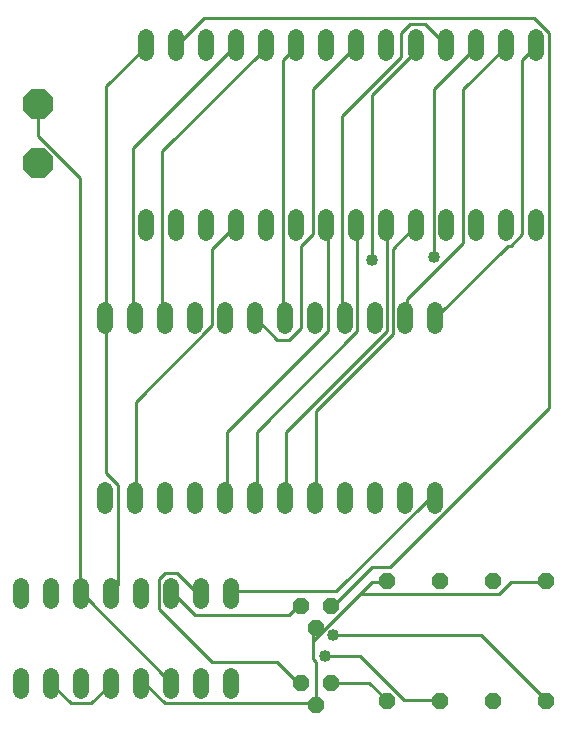
<source format=gbl>
G75*
%MOIN*%
%OFA0B0*%
%FSLAX25Y25*%
%IPPOS*%
%LPD*%
%AMOC8*
5,1,8,0,0,1.08239X$1,22.5*
%
%ADD10OC8,0.10000*%
%ADD11C,0.05200*%
%ADD12OC8,0.05200*%
%ADD13C,0.01000*%
%ADD14C,0.04000*%
D10*
X0030370Y0193874D03*
X0030488Y0213677D03*
D11*
X0024898Y0022931D02*
X0024898Y0017731D01*
X0034898Y0017731D02*
X0034898Y0022931D01*
X0044898Y0022931D02*
X0044898Y0017731D01*
X0054898Y0017731D02*
X0054898Y0022931D01*
X0064898Y0022931D02*
X0064898Y0017731D01*
X0074898Y0017731D02*
X0074898Y0022931D01*
X0084898Y0022931D02*
X0084898Y0017731D01*
X0094898Y0017731D02*
X0094898Y0022931D01*
X0094898Y0047731D02*
X0094898Y0052931D01*
X0084898Y0052931D02*
X0084898Y0047731D01*
X0074898Y0047731D02*
X0074898Y0052931D01*
X0064898Y0052931D02*
X0064898Y0047731D01*
X0054898Y0047731D02*
X0054898Y0052931D01*
X0044898Y0052931D02*
X0044898Y0047731D01*
X0034898Y0047731D02*
X0034898Y0052931D01*
X0024898Y0052931D02*
X0024898Y0047731D01*
X0052654Y0079699D02*
X0052654Y0084899D01*
X0062654Y0084899D02*
X0062654Y0079699D01*
X0072654Y0079699D02*
X0072654Y0084899D01*
X0082654Y0084899D02*
X0082654Y0079699D01*
X0092654Y0079699D02*
X0092654Y0084899D01*
X0102654Y0084899D02*
X0102654Y0079699D01*
X0112654Y0079699D02*
X0112654Y0084899D01*
X0122654Y0084899D02*
X0122654Y0079699D01*
X0132654Y0079699D02*
X0132654Y0084899D01*
X0142654Y0084899D02*
X0142654Y0079699D01*
X0152654Y0079699D02*
X0152654Y0084899D01*
X0162654Y0084899D02*
X0162654Y0079699D01*
X0162654Y0139699D02*
X0162654Y0144899D01*
X0152654Y0144899D02*
X0152654Y0139699D01*
X0142654Y0139699D02*
X0142654Y0144899D01*
X0132654Y0144899D02*
X0132654Y0139699D01*
X0122654Y0139699D02*
X0122654Y0144899D01*
X0112654Y0144899D02*
X0112654Y0139699D01*
X0102654Y0139699D02*
X0102654Y0144899D01*
X0092654Y0144899D02*
X0092654Y0139699D01*
X0082654Y0139699D02*
X0082654Y0144899D01*
X0072654Y0144899D02*
X0072654Y0139699D01*
X0062654Y0139699D02*
X0062654Y0144899D01*
X0052654Y0144899D02*
X0052654Y0139699D01*
X0066433Y0170605D02*
X0066433Y0175805D01*
X0076433Y0175805D02*
X0076433Y0170605D01*
X0086433Y0170605D02*
X0086433Y0175805D01*
X0096433Y0175805D02*
X0096433Y0170605D01*
X0106433Y0170605D02*
X0106433Y0175805D01*
X0116433Y0175805D02*
X0116433Y0170605D01*
X0126433Y0170605D02*
X0126433Y0175805D01*
X0136433Y0175805D02*
X0136433Y0170605D01*
X0146433Y0170605D02*
X0146433Y0175805D01*
X0156433Y0175805D02*
X0156433Y0170605D01*
X0166433Y0170605D02*
X0166433Y0175805D01*
X0176433Y0175805D02*
X0176433Y0170605D01*
X0186433Y0170605D02*
X0186433Y0175805D01*
X0196433Y0175805D02*
X0196433Y0170605D01*
X0196433Y0230605D02*
X0196433Y0235805D01*
X0186433Y0235805D02*
X0186433Y0230605D01*
X0176433Y0230605D02*
X0176433Y0235805D01*
X0166433Y0235805D02*
X0166433Y0230605D01*
X0156433Y0230605D02*
X0156433Y0235805D01*
X0146433Y0235805D02*
X0146433Y0230605D01*
X0136433Y0230605D02*
X0136433Y0235805D01*
X0126433Y0235805D02*
X0126433Y0230605D01*
X0116433Y0230605D02*
X0116433Y0235805D01*
X0106433Y0235805D02*
X0106433Y0230605D01*
X0096433Y0230605D02*
X0096433Y0235805D01*
X0086433Y0235805D02*
X0086433Y0230605D01*
X0076433Y0230605D02*
X0076433Y0235805D01*
X0066433Y0235805D02*
X0066433Y0230605D01*
D12*
X0146669Y0054465D03*
X0164386Y0054465D03*
X0182102Y0054465D03*
X0199819Y0054465D03*
X0199819Y0014465D03*
X0182102Y0014465D03*
X0164386Y0014465D03*
X0146669Y0014465D03*
X0128047Y0020685D03*
X0123047Y0013185D03*
X0118047Y0020685D03*
X0123047Y0038776D03*
X0118047Y0046276D03*
X0128047Y0046276D03*
D13*
X0128953Y0046276D01*
X0141748Y0059071D01*
X0147654Y0059071D01*
X0200803Y0112220D01*
X0200803Y0237220D01*
X0195882Y0242142D01*
X0085646Y0242142D01*
X0076787Y0233283D01*
X0076433Y0233205D01*
X0066433Y0233205D02*
X0065961Y0232299D01*
X0053165Y0219504D01*
X0053165Y0142732D01*
X0052654Y0142299D01*
X0053165Y0141748D01*
X0053165Y0090567D01*
X0057102Y0086630D01*
X0057102Y0053165D01*
X0055134Y0051197D01*
X0054898Y0050331D01*
X0045291Y0050213D02*
X0044898Y0050331D01*
X0044307Y0051197D01*
X0044307Y0188992D01*
X0030528Y0202772D01*
X0030528Y0213598D01*
X0030488Y0213677D01*
X0062024Y0198835D02*
X0095488Y0232299D01*
X0096433Y0233205D01*
X0106315Y0232299D02*
X0106433Y0233205D01*
X0106315Y0232299D02*
X0071866Y0197850D01*
X0071866Y0142732D01*
X0072654Y0142299D01*
X0062654Y0142299D02*
X0062024Y0142732D01*
X0062024Y0198835D01*
X0088598Y0165370D02*
X0096433Y0173205D01*
X0088598Y0165370D02*
X0088598Y0139780D01*
X0063008Y0114189D01*
X0063008Y0082693D01*
X0062654Y0082299D01*
X0072850Y0057102D02*
X0070882Y0055134D01*
X0070882Y0045291D01*
X0088598Y0027575D01*
X0110252Y0027575D01*
X0117142Y0020685D01*
X0118047Y0020685D01*
X0123047Y0027575D02*
X0123047Y0013795D01*
X0123047Y0013185D01*
X0123047Y0013795D02*
X0072850Y0013795D01*
X0066945Y0019701D01*
X0064976Y0019701D01*
X0064898Y0020331D01*
X0054898Y0020331D02*
X0054150Y0019701D01*
X0048244Y0013795D01*
X0041354Y0013795D01*
X0035449Y0019701D01*
X0034898Y0020331D01*
X0045291Y0050213D02*
X0074819Y0020685D01*
X0074898Y0020331D01*
X0082693Y0043323D02*
X0114189Y0043323D01*
X0117142Y0046276D01*
X0118047Y0046276D01*
X0123047Y0038776D02*
X0123047Y0038402D01*
X0122063Y0037417D01*
X0122063Y0034465D01*
X0137811Y0050213D01*
X0184071Y0050213D01*
X0188008Y0054150D01*
X0199819Y0054150D01*
X0199819Y0054465D01*
X0178165Y0036433D02*
X0199819Y0014780D01*
X0199819Y0014465D01*
X0178165Y0036433D02*
X0128953Y0036433D01*
X0126000Y0029543D02*
X0137811Y0029543D01*
X0152575Y0014780D01*
X0164386Y0014780D01*
X0164386Y0014465D01*
X0146669Y0014465D02*
X0146669Y0014780D01*
X0140764Y0020685D01*
X0128047Y0020685D01*
X0123047Y0027575D02*
X0122063Y0028559D01*
X0122063Y0034465D01*
X0129937Y0051197D02*
X0095488Y0051197D01*
X0094898Y0050331D01*
X0084898Y0050331D02*
X0084661Y0051197D01*
X0082693Y0051197D01*
X0076787Y0057102D01*
X0072850Y0057102D01*
X0074898Y0050331D02*
X0075803Y0050213D01*
X0082693Y0043323D01*
X0092654Y0082299D02*
X0093520Y0082693D01*
X0093520Y0104346D01*
X0126984Y0137811D01*
X0126984Y0172260D01*
X0126433Y0173205D01*
X0122063Y0170291D02*
X0122063Y0218520D01*
X0135843Y0232299D01*
X0136433Y0233205D01*
X0141748Y0216551D02*
X0155528Y0230331D01*
X0155528Y0232299D01*
X0156433Y0233205D01*
X0151591Y0229346D02*
X0151591Y0237220D01*
X0154543Y0240173D01*
X0159465Y0240173D01*
X0166433Y0233205D01*
X0176197Y0232299D02*
X0176433Y0233205D01*
X0176197Y0232299D02*
X0162417Y0218520D01*
X0162417Y0162417D01*
X0172260Y0167339D02*
X0172260Y0218520D01*
X0186039Y0232299D01*
X0186433Y0233205D01*
X0191945Y0228362D02*
X0195882Y0232299D01*
X0196433Y0233205D01*
X0191945Y0228362D02*
X0191945Y0170291D01*
X0188008Y0166354D01*
X0187024Y0166354D01*
X0163402Y0142732D01*
X0162654Y0142299D01*
X0153559Y0142732D02*
X0152654Y0142299D01*
X0153559Y0142732D02*
X0153559Y0148638D01*
X0172260Y0167339D01*
X0156433Y0173205D02*
X0155528Y0172260D01*
X0148638Y0165370D01*
X0148638Y0136827D01*
X0123047Y0111236D01*
X0123047Y0082693D01*
X0122654Y0082299D01*
X0113205Y0082693D02*
X0112654Y0082299D01*
X0113205Y0082693D02*
X0113205Y0104346D01*
X0146669Y0137811D01*
X0146669Y0172260D01*
X0146433Y0173205D01*
X0136827Y0172260D02*
X0136433Y0173205D01*
X0136827Y0172260D02*
X0136827Y0137811D01*
X0103362Y0104346D01*
X0103362Y0082693D01*
X0102654Y0082299D01*
X0129937Y0051197D02*
X0160449Y0081709D01*
X0162417Y0081709D01*
X0162654Y0082299D01*
X0146669Y0054465D02*
X0146669Y0054150D01*
X0141748Y0054150D01*
X0137811Y0050213D01*
X0114189Y0134858D02*
X0110252Y0134858D01*
X0103362Y0141748D01*
X0102654Y0142299D01*
X0112220Y0142732D02*
X0112654Y0142299D01*
X0112220Y0142732D02*
X0112220Y0228362D01*
X0116157Y0232299D01*
X0116433Y0233205D01*
X0131906Y0209661D02*
X0151591Y0229346D01*
X0141748Y0216551D02*
X0141748Y0161433D01*
X0131906Y0142732D02*
X0132654Y0142299D01*
X0131906Y0142732D02*
X0131906Y0209661D01*
X0122063Y0170291D02*
X0118126Y0166354D01*
X0118126Y0138795D01*
X0114189Y0134858D01*
D14*
X0141748Y0161433D03*
X0162417Y0162417D03*
X0128953Y0036433D03*
X0126000Y0029543D03*
M02*

</source>
